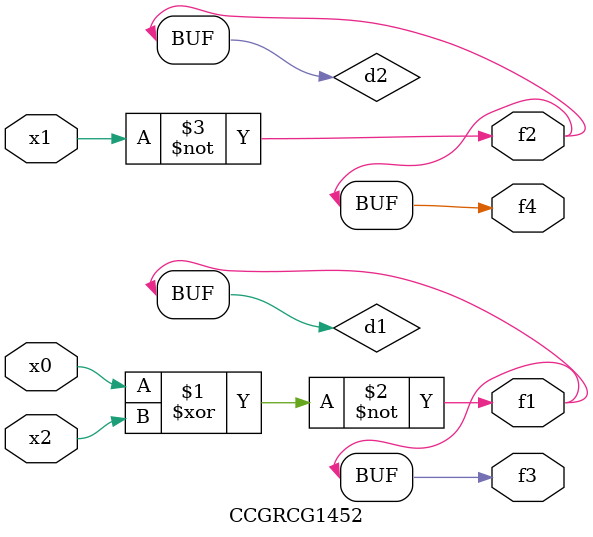
<source format=v>
module CCGRCG1452(
	input x0, x1, x2,
	output f1, f2, f3, f4
);

	wire d1, d2, d3;

	xnor (d1, x0, x2);
	nand (d2, x1);
	nor (d3, x1, x2);
	assign f1 = d1;
	assign f2 = d2;
	assign f3 = d1;
	assign f4 = d2;
endmodule

</source>
